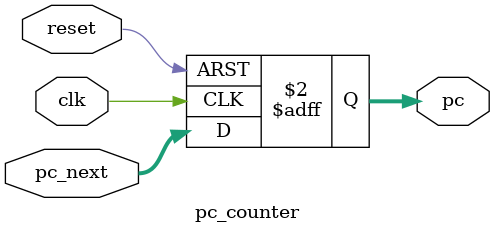
<source format=sv>
module pc_counter(input logic clk, input logic reset, output logic [31:0] pc, input logic [31:0] pc_next);
    always_ff @(posedge clk or posedge reset)begin
        //Reset makes PC go back to 0
        if (reset) begin
            pc <= 32'b0;
        end
        //Otherwise next pc is loaded in pc which will be determined elsewhere
        else begin
            pc <= pc_next;

        end
    end



endmodule
</source>
